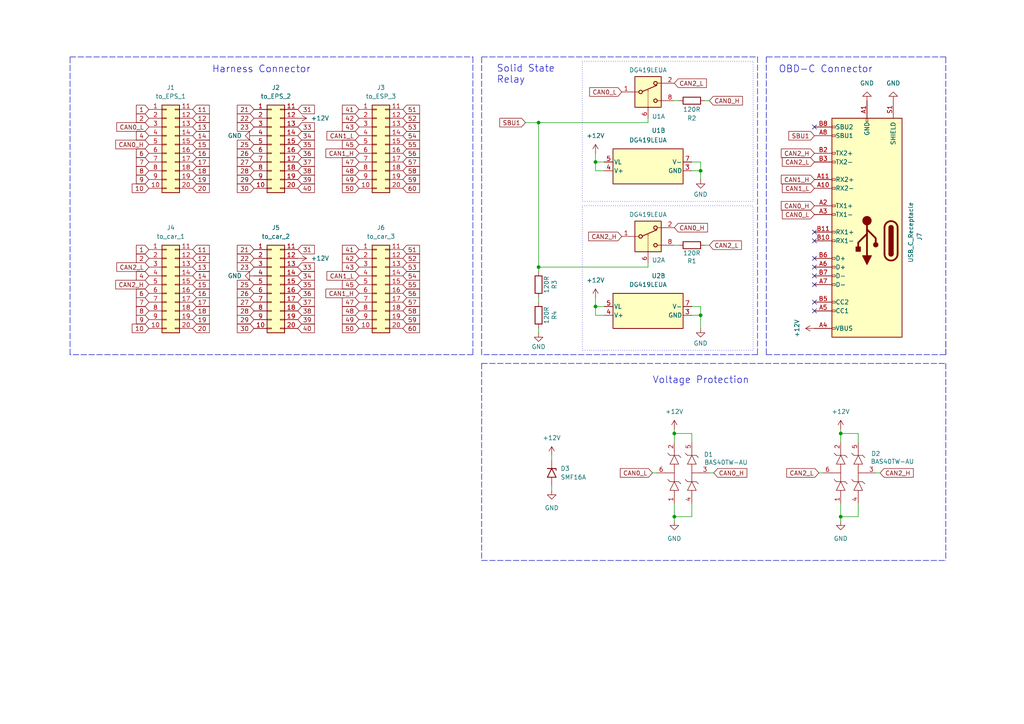
<source format=kicad_sch>
(kicad_sch (version 20250114) (generator "eeschema") (generator_version "9.0")
  (paper "A4")
  (lib_symbols
    (symbol "Analog_Switch:DG419LEUA" (pin_names (offset 0.254))
      (property "Reference" "U" (at -3.175 7.239 0))
      (property "Value" "DG419LEUA" (at -3.175 5.461 0))
      (symbol "DG419LEUA_1_1"
        (polyline (pts (xy -5.08 0) (xy -2.794 0)))
        (rectangle (start -3.81 4.445) (end 3.81 -4.445) (stroke (width 0.254)) (fill (type background)))
        (circle (center -2.159 0) (radius 0.508) (stroke (width 0.254)))
        (polyline (pts (xy -1.651 0.127) (xy 2.54 1.905)) (stroke (width 0.254)))
        (polyline (pts (xy 0 0.254) (xy 0 0.508)))
        (polyline (pts (xy 0 0.254) (xy 0 0.508)))
        (polyline (pts (xy 0 -0.254) (xy 0 0)))
        (polyline (pts (xy 0 -0.762) (xy 0 -0.508)))
        (polyline (pts (xy 0 -1.27) (xy 0 -1.016)))
        (polyline (pts (xy 0 -1.778) (xy 0 -1.524)))
        (polyline (pts (xy 0 -2.286) (xy 0 -2.032)))
        (polyline (pts (xy 0 -2.794) (xy 0 -2.54)))
        (polyline (pts (xy 0 -3.302) (xy 0 -3.048)))
        (polyline (pts (xy 0 -3.81) (xy 0 -3.556)))
        (polyline (pts (xy 0 -4.318) (xy 0 -4.064)))
        (polyline (pts (xy 0 -5.08) (xy 0 -4.572)))
        (circle (center 2.159 2.54) (radius 0.508) (stroke (width 0.254)))
        (circle (center 2.159 -2.54) (radius 0.508) (stroke (width 0.254)))
        (polyline (pts (xy 5.08 2.54) (xy 2.794 2.54)))
        (polyline (pts (xy 5.08 -2.54) (xy 2.794 -2.54)))
        (pin passive line (at -7.62 0 0) (length 2.54) (name "~") (number "1"))
        (pin input line (at 0 -7.62 90) (length 2.54) (name "~") (number "6"))
        (pin passive line (at 7.62 2.54 180) (length 2.54) (name "~") (number "2"))
        (pin passive line (at 7.62 -2.54 180) (length 2.54) (name "~") (number "8"))
      )
      (symbol "DG419LEUA_2_0"
        (pin power_in line (at 0 12.7 270) (length 2.54) (name "V+") (number "4"))
        (pin power_in line (at 0 -12.7 90) (length 2.54) (name "GND") (number "3"))
        (pin power_in line (at 2.54 12.7 270) (length 2.54) (name "VL") (number "5"))
        (pin power_in line (at 2.54 -12.7 90) (length 2.54) (name "V-") (number "7"))
      )
      (symbol "DG419LEUA_2_1"
        (rectangle (start -3.81 10.16) (end 6.35 -10.16) (stroke (width 0.254)) (fill (type background)))
      )
    )
    (symbol "BAS40SDW-AU_1"
      (property "Reference" "D" (at 6.35 3.302 0))
      (property "Value" "BAS40TW-AU" (at 0 0 0))
      (symbol "BAS40SDW-AU_1_0_1"
        (polyline (pts (xy -5.08 0) (xy -2.54 0) (xy -2.54 2.54)))
        (polyline (pts (xy -3.81 5.08) (xy -4.445 5.715)))
        (polyline (pts (xy -3.81 5.08) (xy -1.27 5.08)))
        (polyline (pts (xy -3.81 -2.54) (xy -4.445 -1.905)))
        (polyline (pts (xy -3.81 -2.54) (xy -1.27 -2.54) (xy -0.635 -3.175)))
        (polyline (pts (xy -2.54 5.08) (xy -2.54 6.35)))
        (polyline (pts (xy -2.54 0) (xy -2.54 -2.54)))
        (polyline (pts (xy -2.54 -2.54) (xy -3.81 -5.08) (xy -1.27 -5.08) (xy -2.54 -2.54)))
        (polyline (pts (xy -2.54 -5.08) (xy -2.54 -6.35)))
        (polyline (pts (xy -1.27 5.08) (xy -0.635 4.445)))
        (polyline (pts (xy -1.27 2.54) (xy -3.81 2.54) (xy -2.54 5.08) (xy -1.27 2.54)))
        (polyline (pts (xy 0.635 -1.905) (xy 1.27 -2.54) (xy 3.81 -2.54) (xy 4.445 -3.175)))
        (polyline (pts (xy 1.27 5.08) (xy 0.635 5.715)))
        (polyline (pts (xy 1.27 5.08) (xy 3.81 5.08)))
        (polyline (pts (xy 1.27 2.54) (xy 3.81 2.54)))
        (polyline (pts (xy 1.27 2.54) (xy 2.54 5.08) (xy 3.81 2.54)))
        (polyline (pts (xy 2.54 5.08) (xy 2.54 6.35)))
        (polyline (pts (xy 2.54 0) (xy 2.54 2.54)))
        (polyline (pts (xy 2.54 0) (xy 2.54 -2.54)))
        (polyline (pts (xy 2.54 0) (xy 5.08 0)))
        (polyline (pts (xy 2.54 -2.54) (xy 1.27 -5.08) (xy 3.81 -5.08) (xy 2.54 -2.54)))
        (polyline (pts (xy 2.54 -5.08) (xy 2.54 -6.35)))
        (polyline (pts (xy 3.81 5.08) (xy 4.445 4.445)))
      )
      (symbol "BAS40SDW-AU_1_1_1"
        (pin passive line (at -7.62 0 0) (length 2.54) (name "") (number "6"))
        (pin passive line (at -2.54 8.89 270) (length 2.54) (name "") (number "2"))
        (pin passive line (at -2.54 -8.89 90) (length 2.54) (name "") (number "1"))
        (pin passive line (at 2.54 8.89 270) (length 2.54) (name "") (number "5"))
        (pin passive line (at 2.54 -8.89 90) (length 2.54) (name "") (number "4"))
        (pin passive line (at 7.62 0 180) (length 2.54) (name "") (number "3"))
      )
    )
    (symbol "Connector:USB_C_Receptacle" (pin_names (offset 1.016))
      (property "Reference" "J" (at -10.16 29.21 0))
      (property "Value" "USB_C_Receptacle" (at 10.16 29.21 0))
      (symbol "USB_C_Receptacle_0_0"
        (rectangle (start -0.254 -35.56) (end 0.254 -34.544))
        (rectangle (start 10.16 25.654) (end 9.144 25.146))
        (rectangle (start 10.16 20.574) (end 9.144 20.066))
        (rectangle (start 10.16 18.034) (end 9.144 17.526))
        (rectangle (start 10.16 12.954) (end 9.144 12.446))
        (rectangle (start 10.16 10.414) (end 9.144 9.906))
        (rectangle (start 10.16 7.874) (end 9.144 7.366))
        (rectangle (start 10.16 5.334) (end 9.144 4.826))
        (rectangle (start 10.16 0.254) (end 9.144 -0.254))
        (rectangle (start 10.16 -2.286) (end 9.144 -2.794))
        (rectangle (start 10.16 -7.366) (end 9.144 -7.874))
        (rectangle (start 10.16 -9.906) (end 9.144 -10.414))
        (rectangle (start 10.16 -14.986) (end 9.144 -15.494))
        (rectangle (start 10.16 -17.526) (end 9.144 -18.034))
        (rectangle (start 10.16 -22.606) (end 9.144 -23.114))
        (rectangle (start 10.16 -25.146) (end 9.144 -25.654))
        (rectangle (start 10.16 -30.226) (end 9.144 -30.734))
        (rectangle (start 10.16 -32.766) (end 9.144 -33.274))
      )
      (symbol "USB_C_Receptacle_0_1"
        (rectangle (start -10.16 27.94) (end 10.16 -35.56) (stroke (width 0.254)) (fill (type background)))
        (polyline (pts (xy -8.89 -3.81) (xy -8.89 3.81)) (stroke (width 0.508)))
        (rectangle (start -7.62 -3.81) (end -6.35 3.81) (stroke (width 0.254)) (fill (type outline)))
        (arc (start -7.62 3.81) (mid -6.985 4.4422) (end -6.35 3.81) (stroke (width 0.254)))
        (arc (start -7.62 3.81) (mid -6.985 4.4422) (end -6.35 3.81) (stroke (width 0.254)) (fill (type outline)))
        (arc (start -8.89 3.81) (mid -6.985 5.7066) (end -5.08 3.81) (stroke (width 0.508)))
        (arc (start -5.08 -3.81) (mid -6.985 -5.7066) (end -8.89 -3.81) (stroke (width 0.508)))
        (arc (start -6.35 -3.81) (mid -6.985 -4.4422) (end -7.62 -3.81) (stroke (width 0.254)))
        (arc (start -6.35 -3.81) (mid -6.985 -4.4422) (end -7.62 -3.81) (stroke (width 0.254)) (fill (type outline)))
        (polyline (pts (xy -5.08 3.81) (xy -5.08 -3.81)) (stroke (width 0.508)))
      )
      (symbol "USB_C_Receptacle_1_1"
        (circle (center -2.54 1.143) (radius 0.635) (stroke (width 0.254)) (fill (type outline)))
        (polyline (pts (xy -1.27 4.318) (xy 0 6.858) (xy 1.27 4.318) (xy -1.27 4.318)) (stroke (width 0.254)) (fill (type outline)))
        (polyline (pts (xy 0 -2.032) (xy 2.54 0.508) (xy 2.54 1.778)) (stroke (width 0.508)))
        (polyline (pts (xy 0 -3.302) (xy -2.54 -0.762) (xy -2.54 0.508)) (stroke (width 0.508)))
        (polyline (pts (xy 0 -5.842) (xy 0 4.318)) (stroke (width 0.508)))
        (circle (center 0 -5.842) (radius 1.27) (fill (type outline)))
        (rectangle (start 1.905 1.778) (end 3.175 3.048) (stroke (width 0.254)) (fill (type outline)))
        (pin passive line (at -7.62 -40.64 90) (length 5.08) (name "SHIELD") (number "S1"))
        (pin passive line (at 0 -40.64 90) (length 5.08) (name "GND") (number "A1"))
        (pin passive line (at 0 -40.64 90) (length 5.08) (hide yes) (name "GND") (number "A12"))
        (pin passive line (at 0 -40.64 90) (length 5.08) (hide yes) (name "GND") (number "B1"))
        (pin passive line (at 0 -40.64 90) (length 5.08) (hide yes) (name "GND") (number "B12"))
        (pin passive line (at 15.24 25.4 180) (length 5.08) (name "VBUS") (number "A4"))
        (pin passive line (at 15.24 25.4 180) (length 5.08) (hide yes) (name "VBUS") (number "A9"))
        (pin passive line (at 15.24 25.4 180) (length 5.08) (hide yes) (name "VBUS") (number "B4"))
        (pin passive line (at 15.24 25.4 180) (length 5.08) (hide yes) (name "VBUS") (number "B9"))
        (pin bidirectional line (at 15.24 20.32 180) (length 5.08) (name "CC1") (number "A5"))
        (pin bidirectional line (at 15.24 17.78 180) (length 5.08) (name "CC2") (number "B5"))
        (pin bidirectional line (at 15.24 12.7 180) (length 5.08) (name "D-") (number "A7"))
        (pin bidirectional line (at 15.24 10.16 180) (length 5.08) (name "D-") (number "B7"))
        (pin bidirectional line (at 15.24 7.62 180) (length 5.08) (name "D+") (number "A6"))
        (pin bidirectional line (at 15.24 5.08 180) (length 5.08) (name "D+") (number "B6"))
        (pin bidirectional line (at 15.24 0 180) (length 5.08) (name "RX1-") (number "B10"))
        (pin bidirectional line (at 15.24 -2.54 180) (length 5.08) (name "RX1+") (number "B11"))
        (pin bidirectional line (at 15.24 -7.62 180) (length 5.08) (name "TX1-") (number "A3"))
        (pin bidirectional line (at 15.24 -10.16 180) (length 5.08) (name "TX1+") (number "A2"))
        (pin bidirectional line (at 15.24 -15.24 180) (length 5.08) (name "RX2-") (number "A10"))
        (pin bidirectional line (at 15.24 -17.78 180) (length 5.08) (name "RX2+") (number "A11"))
        (pin bidirectional line (at 15.24 -22.86 180) (length 5.08) (name "TX2-") (number "B3"))
        (pin bidirectional line (at 15.24 -25.4 180) (length 5.08) (name "TX2+") (number "B2"))
        (pin bidirectional line (at 15.24 -30.48 180) (length 5.08) (name "SBU1") (number "A8"))
        (pin bidirectional line (at 15.24 -33.02 180) (length 5.08) (name "SBU2") (number "B8"))
      )
    )
    (symbol "Connector_Generic:Conn_02x10_Top_Bottom" (pin_names (offset 1.016) (hide yes))
      (property "Reference" "J" (at 1.27 12.7 0))
      (property "Value" "Conn_02x10_Top_Bottom" (at 1.27 -15.24 0))
      (symbol "Conn_02x10_Top_Bottom_1_1"
        (rectangle (start -1.27 11.43) (end 3.81 -13.97) (stroke (width 0.254)) (fill (type background)))
        (rectangle (start -1.27 10.287) (end 0 10.033) (stroke (width 0.1524)))
        (rectangle (start -1.27 7.747) (end 0 7.493) (stroke (width 0.1524)))
        (rectangle (start -1.27 5.207) (end 0 4.953) (stroke (width 0.1524)))
        (rectangle (start -1.27 2.667) (end 0 2.413) (stroke (width 0.1524)))
        (rectangle (start -1.27 0.127) (end 0 -0.127) (stroke (width 0.1524)))
        (rectangle (start -1.27 -2.413) (end 0 -2.667) (stroke (width 0.1524)))
        (rectangle (start -1.27 -4.953) (end 0 -5.207) (stroke (width 0.1524)))
        (rectangle (start -1.27 -7.493) (end 0 -7.747) (stroke (width 0.1524)))
        (rectangle (start -1.27 -10.033) (end 0 -10.287) (stroke (width 0.1524)))
        (rectangle (start -1.27 -12.573) (end 0 -12.827) (stroke (width 0.1524)))
        (rectangle (start 3.81 10.287) (end 2.54 10.033) (stroke (width 0.1524)))
        (rectangle (start 3.81 7.747) (end 2.54 7.493) (stroke (width 0.1524)))
        (rectangle (start 3.81 5.207) (end 2.54 4.953) (stroke (width 0.1524)))
        (rectangle (start 3.81 2.667) (end 2.54 2.413) (stroke (width 0.1524)))
        (rectangle (start 3.81 0.127) (end 2.54 -0.127) (stroke (width 0.1524)))
        (rectangle (start 3.81 -2.413) (end 2.54 -2.667) (stroke (width 0.1524)))
        (rectangle (start 3.81 -4.953) (end 2.54 -5.207) (stroke (width 0.1524)))
        (rectangle (start 3.81 -7.493) (end 2.54 -7.747) (stroke (width 0.1524)))
        (rectangle (start 3.81 -10.033) (end 2.54 -10.287) (stroke (width 0.1524)))
        (rectangle (start 3.81 -12.573) (end 2.54 -12.827) (stroke (width 0.1524)))
        (pin passive line (at -5.08 10.16 0) (length 3.81) (name "Pin_1") (number "1"))
        (pin passive line (at -5.08 7.62 0) (length 3.81) (name "Pin_2") (number "2"))
        (pin passive line (at -5.08 5.08 0) (length 3.81) (name "Pin_3") (number "3"))
        (pin passive line (at -5.08 2.54 0) (length 3.81) (name "Pin_4") (number "4"))
        (pin passive line (at -5.08 0 0) (length 3.81) (name "Pin_5") (number "5"))
        (pin passive line (at -5.08 -2.54 0) (length 3.81) (name "Pin_6") (number "6"))
        (pin passive line (at -5.08 -5.08 0) (length 3.81) (name "Pin_7") (number "7"))
        (pin passive line (at -5.08 -7.62 0) (length 3.81) (name "Pin_8") (number "8"))
        (pin passive line (at -5.08 -10.16 0) (length 3.81) (name "Pin_9") (number "9"))
        (pin passive line (at -5.08 -12.7 0) (length 3.81) (name "Pin_10") (number "10"))
        (pin passive line (at 7.62 10.16 180) (length 3.81) (name "Pin_11") (number "11"))
        (pin passive line (at 7.62 7.62 180) (length 3.81) (name "Pin_12") (number "12"))
        (pin passive line (at 7.62 5.08 180) (length 3.81) (name "Pin_13") (number "13"))
        (pin passive line (at 7.62 2.54 180) (length 3.81) (name "Pin_14") (number "14"))
        (pin passive line (at 7.62 0 180) (length 3.81) (name "Pin_15") (number "15"))
        (pin passive line (at 7.62 -2.54 180) (length 3.81) (name "Pin_16") (number "16"))
        (pin passive line (at 7.62 -5.08 180) (length 3.81) (name "Pin_17") (number "17"))
        (pin passive line (at 7.62 -7.62 180) (length 3.81) (name "Pin_18") (number "18"))
        (pin passive line (at 7.62 -10.16 180) (length 3.81) (name "Pin_19") (number "19"))
        (pin passive line (at 7.62 -12.7 180) (length 3.81) (name "Pin_20") (number "20"))
      )
    )
    (symbol "Device:R" (pin_numbers (hide yes)) (pin_names (offset 0))
      (property "Reference" "R" (at 2.032 0 90))
      (property "Value" "R" (at 0 0 90))
      (symbol "R_0_1"
        (rectangle (start -1.016 -2.54) (end 1.016 2.54) (stroke (width 0.254)))
      )
      (symbol "R_1_1"
        (pin passive line (at 0 3.81 270) (length 1.27) (name "~") (number "1"))
        (pin passive line (at 0 -3.81 90) (length 1.27) (name "~") (number "2"))
      )
    )
    (symbol "Diode:SMF16A" (pin_numbers (hide yes)) (pin_names (offset 1.016) (hide yes))
      (property "Reference" "D" (at 0 2.54 0))
      (property "Value" "SMF16A" (at 0 -2.54 0))
      (symbol "SMF16A_0_1"
        (polyline (pts (xy -0.762 1.27) (xy -1.27 1.27) (xy -1.27 -1.27)) (stroke (width 0.254)))
        (polyline (pts (xy 1.27 1.27) (xy 1.27 -1.27) (xy -1.27 0) (xy 1.27 1.27)) (stroke (width 0.254)))
      )
      (symbol "SMF16A_1_1"
        (pin passive line (at -3.81 0 0) (length 2.54) (name "A1") (number "1"))
        (pin passive line (at 3.81 0 180) (length 2.54) (name "A2") (number "2"))
      )
    )
    (symbol "PSA:BAS40SDW-AU"
      (property "Reference" "D" (at 6.35 3.302 0))
      (property "Value" "BAS40TW-AU" (at 0 0 0))
      (symbol "BAS40SDW-AU_0_1"
        (polyline (pts (xy -5.08 0) (xy -2.54 0) (xy -2.54 2.54)))
        (polyline (pts (xy -3.81 5.08) (xy -4.445 5.715)))
        (polyline (pts (xy -3.81 5.08) (xy -1.27 5.08)))
        (polyline (pts (xy -3.81 -2.54) (xy -4.445 -1.905)))
        (polyline (pts (xy -3.81 -2.54) (xy -1.27 -2.54) (xy -0.635 -3.175)))
        (polyline (pts (xy -2.54 5.08) (xy -2.54 6.35)))
        (polyline (pts (xy -2.54 0) (xy -2.54 -2.54)))
        (polyline (pts (xy -2.54 -2.54) (xy -3.81 -5.08) (xy -1.27 -5.08) (xy -2.54 -2.54)))
        (polyline (pts (xy -2.54 -5.08) (xy -2.54 -6.35)))
        (polyline (pts (xy -1.27 5.08) (xy -0.635 4.445)))
        (polyline (pts (xy -1.27 2.54) (xy -3.81 2.54) (xy -2.54 5.08) (xy -1.27 2.54)))
        (polyline (pts (xy 0.635 -1.905) (xy 1.27 -2.54) (xy 3.81 -2.54) (xy 4.445 -3.175)))
        (polyline (pts (xy 1.27 5.08) (xy 0.635 5.715)))
        (polyline (pts (xy 1.27 5.08) (xy 3.81 5.08)))
        (polyline (pts (xy 1.27 2.54) (xy 3.81 2.54)))
        (polyline (pts (xy 1.27 2.54) (xy 2.54 5.08) (xy 3.81 2.54)))
        (polyline (pts (xy 2.54 5.08) (xy 2.54 6.35)))
        (polyline (pts (xy 2.54 0) (xy 2.54 2.54)))
        (polyline (pts (xy 2.54 0) (xy 2.54 -2.54)))
        (polyline (pts (xy 2.54 0) (xy 5.08 0)))
        (polyline (pts (xy 2.54 -2.54) (xy 1.27 -5.08) (xy 3.81 -5.08) (xy 2.54 -2.54)))
        (polyline (pts (xy 2.54 -5.08) (xy 2.54 -6.35)))
        (polyline (pts (xy 3.81 5.08) (xy 4.445 4.445)))
      )
      (symbol "BAS40SDW-AU_1_1"
        (pin passive line (at -7.62 0 0) (length 2.54) (name "") (number "6"))
        (pin passive line (at -2.54 8.89 270) (length 2.54) (name "") (number "2"))
        (pin passive line (at -2.54 -8.89 90) (length 2.54) (name "") (number "1"))
        (pin passive line (at 2.54 8.89 270) (length 2.54) (name "") (number "5"))
        (pin passive line (at 2.54 -8.89 90) (length 2.54) (name "") (number "4"))
        (pin passive line (at 7.62 0 180) (length 2.54) (name "") (number "3"))
      )
    )
    (symbol "power:+12V" (power) (pin_names (offset 0))
      (property "Value" "+12V" (at 0 3.556 0))
      (symbol "+12V_0_1"
        (polyline (pts (xy -0.762 1.27) (xy 0 2.54)))
        (polyline (pts (xy 0 2.54) (xy 0.762 1.27)))
        (polyline (pts (xy 0 0) (xy 0 2.54)))
      )
      (symbol "+12V_1_1"
        (pin power_in line (at 0 0 90) (length 0) (hide yes) (name "+12V") (number "1"))
      )
    )
    (symbol "power:GND" (power) (pin_names (offset 0))
      (property "Value" "GND" (at 0 -3.81 0))
      (symbol "GND_0_1"
        (polyline (pts (xy 0 0) (xy 0 -1.27) (xy 1.27 -1.27) (xy 0 -2.54) (xy -1.27 -1.27) (xy 0 -1.27)))
      )
      (symbol "GND_1_1"
        (pin power_in line (at 0 0 270) (length 0) (hide yes) (name "GND") (number "1"))
      )
    )
  )
  (rectangle (start 168.91 59.69) (end 218.44 101.6) (stroke (width 0) (type dot)))
  (rectangle (start 168.91 17.78) (end 218.44 58.42) (stroke (width 0) (type dot)))
  (text "Harness Connector" (at 61.468 21.336 0) (effects (font (size 2 2)) (justify left bottom)))
  (text "Voltage Protection" (at 189.23 111.506 0) (effects (font (size 2 2)) (justify left bottom)))
  (text "OBD-C Connector" (at 225.806 21.336 0) (effects (font (size 2 2)) (justify left bottom)))
  (text "Solid State \nRelay" (at 144.018 24.384 0) (effects (font (size 2 2)) (justify left bottom)))
  (junction (at 156.21 35.56))
  (junction (at 172.72 46.99))
  (junction (at 195.58 125.73))
  (junction (at 243.84 149.86))
  (junction (at 156.21 77.47))
  (junction (at 243.84 125.73))
  (junction (at 203.2 91.44))
  (junction (at 172.72 88.9))
  (junction (at 203.2 49.53))
  (junction (at 195.58 149.86))
  (no_connect (at 236.22 67.31))
  (no_connect (at 236.22 69.85))
  (no_connect (at 236.22 90.17))
  (no_connect (at 236.22 87.63))
  (no_connect (at 236.22 82.55))
  (no_connect (at 236.22 77.47))
  (no_connect (at 236.22 74.93))
  (no_connect (at 236.22 80.01))
  (no_connect (at 236.22 36.83))
  (polyline (pts (xy 274.32 16.51) (xy 222.25 16.51)) (stroke (width 0) (type dash)))
  (wire (pts (xy 172.72 86.36) (xy 172.72 88.9)))
  (wire (pts (xy 195.58 149.86) (xy 195.58 151.13)))
  (wire (pts (xy 203.2 91.44) (xy 203.2 95.25)))
  (wire (pts (xy 156.21 77.47) (xy 156.21 78.74)))
  (wire (pts (xy 189.23 137.16) (xy 190.5 137.16)))
  (wire (pts (xy 237.49 137.16) (xy 238.76 137.16)))
  (wire (pts (xy 172.72 46.99) (xy 172.72 44.45)))
  (wire (pts (xy 243.84 125.73) (xy 243.84 128.27)))
  (polyline (pts (xy 222.25 16.51) (xy 222.25 102.87)) (stroke (width 0) (type dash)))
  (polyline (pts (xy 222.25 102.87) (xy 274.32 102.87)) (stroke (width 0) (type dash)))
  (wire (pts (xy 243.84 124.46) (xy 243.84 125.73)))
  (polyline (pts (xy 139.7 105.41) (xy 139.7 162.56)) (stroke (width 0) (type dash)))
  (wire (pts (xy 204.47 71.12) (xy 205.74 71.12)))
  (polyline (pts (xy 139.7 105.41) (xy 274.32 105.41)) (stroke (width 0) (type dash)))
  (wire (pts (xy 243.84 149.86) (xy 243.84 151.13)))
  (wire (pts (xy 196.85 29.21) (xy 195.58 29.21)))
  (wire (pts (xy 203.2 49.53) (xy 203.2 52.07)))
  (wire (pts (xy 175.26 49.53) (xy 172.72 49.53)))
  (wire (pts (xy 243.84 125.73) (xy 248.92 125.73)))
  (polyline (pts (xy 219.71 102.87) (xy 139.7 102.87)) (stroke (width 0) (type dash)))
  (wire (pts (xy 195.58 125.73) (xy 195.58 128.27)))
  (wire (pts (xy 196.85 71.12) (xy 195.58 71.12)))
  (wire (pts (xy 195.58 125.73) (xy 200.66 125.73)))
  (wire (pts (xy 200.66 128.27) (xy 200.66 125.73)))
  (polyline (pts (xy 139.7 16.51) (xy 219.71 16.51)) (stroke (width 0) (type dash)))
  (wire (pts (xy 255.27 137.16) (xy 254 137.16)))
  (wire (pts (xy 175.26 88.9) (xy 172.72 88.9)))
  (wire (pts (xy 203.2 88.9) (xy 203.2 91.44)))
  (wire (pts (xy 200.66 91.44) (xy 203.2 91.44)))
  (wire (pts (xy 200.66 146.05) (xy 200.66 149.86)))
  (wire (pts (xy 195.58 146.05) (xy 195.58 149.86)))
  (wire (pts (xy 175.26 91.44) (xy 172.72 91.44)))
  (wire (pts (xy 248.92 128.27) (xy 248.92 125.73)))
  (wire (pts (xy 160.02 140.97) (xy 160.02 142.24)))
  (polyline (pts (xy 219.71 16.51) (xy 219.71 102.87)) (stroke (width 0) (type dash)))
  (wire (pts (xy 243.84 149.86) (xy 248.92 149.86)))
  (wire (pts (xy 207.01 137.16) (xy 205.74 137.16)))
  (wire (pts (xy 205.74 29.21) (xy 204.47 29.21)))
  (wire (pts (xy 175.26 46.99) (xy 172.72 46.99)))
  (polyline (pts (xy 274.32 102.87) (xy 274.32 16.51)) (stroke (width 0) (type dash)))
  (polyline (pts (xy 139.7 102.87) (xy 139.7 16.51)) (stroke (width 0) (type dash)))
  (wire (pts (xy 156.21 35.56) (xy 187.96 35.56)))
  (wire (pts (xy 156.21 95.25) (xy 156.21 96.52)))
  (wire (pts (xy 195.58 149.86) (xy 200.66 149.86)))
  (polyline (pts (xy 139.7 162.56) (xy 274.32 162.56)) (stroke (width 0) (type dash)))
  (wire (pts (xy 172.72 91.44) (xy 172.72 88.9)))
  (wire (pts (xy 203.2 46.99) (xy 203.2 49.53)))
  (wire (pts (xy 187.96 77.47) (xy 187.96 76.2)))
  (polyline (pts (xy 274.32 99.06) (xy 274.32 102.87)) (stroke (width 0) (type dash)))
  (polyline (pts (xy 20.32 102.87) (xy 20.32 16.51)) (stroke (width 0) (type dash)))
  (wire (pts (xy 156.21 77.47) (xy 187.96 77.47)))
  (wire (pts (xy 152.4 35.56) (xy 156.21 35.56)))
  (polyline (pts (xy 274.32 105.41) (xy 274.32 162.56)) (stroke (width 0) (type dash)))
  (wire (pts (xy 156.21 35.56) (xy 156.21 77.47)))
  (wire (pts (xy 243.84 146.05) (xy 243.84 149.86)))
  (wire (pts (xy 160.02 132.08) (xy 160.02 133.35)))
  (wire (pts (xy 195.58 124.46) (xy 195.58 125.73)))
  (polyline (pts (xy 20.32 16.51) (xy 137.16 16.51)) (stroke (width 0) (type dash)))
  (wire (pts (xy 200.66 49.53) (xy 203.2 49.53)))
  (wire (pts (xy 200.66 88.9) (xy 203.2 88.9)))
  (wire (pts (xy 172.72 49.53) (xy 172.72 46.99)))
  (wire (pts (xy 248.92 146.05) (xy 248.92 149.86)))
  (polyline (pts (xy 137.16 16.51) (xy 137.16 102.87)) (stroke (width 0) (type dash)))
  (polyline (pts (xy 137.16 102.87) (xy 20.32 102.87)) (stroke (width 0) (type dash)))
  (wire (pts (xy 200.66 46.99) (xy 203.2 46.99)))
  (wire (pts (xy 187.96 34.29) (xy 187.96 35.56)))
  (wire (pts (xy 156.21 87.63) (xy 156.21 86.36)))
  (global_label "51" (shape input) (at 116.84 31.75 0) (property "Intersheetrefs" "${INTERSHEET_REFS}" (effects (hide yes))))
  (global_label "13" (shape input) (at 55.88 36.83 0) (property "Intersheetrefs" "${INTERSHEET_REFS}" (effects (hide yes))))
  (global_label "50" (shape input) (at 104.14 95.25 180) (property "Intersheetrefs" "${INTERSHEET_REFS}" (effects (hide yes))))
  (global_label "31" (shape input) (at 86.36 72.39 0) (property "Intersheetrefs" "${INTERSHEET_REFS}" (effects (hide yes))))
  (global_label "54" (shape input) (at 116.84 80.01 0) (property "Intersheetrefs" "${INTERSHEET_REFS}" (effects (hide yes))))
  (global_label "CAN1_L" (shape input) (at 236.22 54.61 180) (property "Intersheetrefs" "${INTERSHEET_REFS}" (effects (hide yes))))
  (global_label "CAN0_H" (shape input) (at 43.18 41.91 180) (property "Intersheetrefs" "${INTERSHEET_REFS}" (effects (hide yes))))
  (global_label "49" (shape input) (at 104.14 92.71 180) (property "Intersheetrefs" "${INTERSHEET_REFS}" (effects (hide yes))))
  (global_label "39" (shape input) (at 86.36 52.07 0) (property "Intersheetrefs" "${INTERSHEET_REFS}" (effects (hide yes))))
  (global_label "16" (shape input) (at 55.88 44.45 0) (property "Intersheetrefs" "${INTERSHEET_REFS}" (effects (hide yes))))
  (global_label "60" (shape input) (at 116.84 95.25 0) (property "Intersheetrefs" "${INTERSHEET_REFS}" (effects (hide yes))))
  (global_label "59" (shape input) (at 116.84 92.71 0) (property "Intersheetrefs" "${INTERSHEET_REFS}" (effects (hide yes))))
  (global_label "23" (shape input) (at 73.66 77.47 180) (property "Intersheetrefs" "${INTERSHEET_REFS}" (effects (hide yes))))
  (global_label "38" (shape input) (at 86.36 49.53 0) (property "Intersheetrefs" "${INTERSHEET_REFS}" (effects (hide yes))))
  (global_label "37" (shape input) (at 86.36 46.99 0) (property "Intersheetrefs" "${INTERSHEET_REFS}" (effects (hide yes))))
  (global_label "13" (shape input) (at 55.88 77.47 0) (property "Intersheetrefs" "${INTERSHEET_REFS}" (effects (hide yes))))
  (global_label "25" (shape input) (at 73.66 82.55 180) (property "Intersheetrefs" "${INTERSHEET_REFS}" (effects (hide yes))))
  (global_label "26" (shape input) (at 73.66 85.09 180) (property "Intersheetrefs" "${INTERSHEET_REFS}" (effects (hide yes))))
  (global_label "53" (shape input) (at 116.84 77.47 0) (property "Intersheetrefs" "${INTERSHEET_REFS}" (effects (hide yes))))
  (global_label "12" (shape input) (at 55.88 34.29 0) (property "Intersheetrefs" "${INTERSHEET_REFS}" (effects (hide yes))))
  (global_label "33" (shape input) (at 86.36 77.47 0) (property "Intersheetrefs" "${INTERSHEET_REFS}" (effects (hide yes))))
  (global_label "53" (shape input) (at 116.84 36.83 0) (property "Intersheetrefs" "${INTERSHEET_REFS}" (effects (hide yes))))
  (global_label "CAN0_L" (shape input) (at 180.34 26.67 180) (property "Intersheetrefs" "${INTERSHEET_REFS}" (effects (hide yes))))
  (global_label "12" (shape input) (at 55.88 74.93 0) (property "Intersheetrefs" "${INTERSHEET_REFS}" (effects (hide yes))))
  (global_label "30" (shape input) (at 73.66 95.25 180) (property "Intersheetrefs" "${INTERSHEET_REFS}" (effects (hide yes))))
  (global_label "43" (shape input) (at 104.14 77.47 180) (property "Intersheetrefs" "${INTERSHEET_REFS}" (effects (hide yes))))
  (global_label "17" (shape input) (at 55.88 46.99 0) (property "Intersheetrefs" "${INTERSHEET_REFS}" (effects (hide yes))))
  (global_label "34" (shape input) (at 86.36 80.01 0) (property "Intersheetrefs" "${INTERSHEET_REFS}" (effects (hide yes))))
  (global_label "28" (shape input) (at 73.66 49.53 180) (property "Intersheetrefs" "${INTERSHEET_REFS}" (effects (hide yes))))
  (global_label "1" (shape input) (at 43.18 72.39 180) (property "Intersheetrefs" "${INTERSHEET_REFS}" (effects (hide yes))))
  (global_label "54" (shape input) (at 116.84 39.37 0) (property "Intersheetrefs" "${INTERSHEET_REFS}" (effects (hide yes))))
  (global_label "23" (shape input) (at 73.66 36.83 180) (property "Intersheetrefs" "${INTERSHEET_REFS}" (effects (hide yes))))
  (global_label "52" (shape input) (at 116.84 74.93 0) (property "Intersheetrefs" "${INTERSHEET_REFS}" (effects (hide yes))))
  (global_label "7" (shape input) (at 43.18 87.63 180) (property "Intersheetrefs" "${INTERSHEET_REFS}" (effects (hide yes))))
  (global_label "15" (shape input) (at 55.88 82.55 0) (property "Intersheetrefs" "${INTERSHEET_REFS}" (effects (hide yes))))
  (global_label "8" (shape input) (at 43.18 90.17 180) (property "Intersheetrefs" "${INTERSHEET_REFS}" (effects (hide yes))))
  (global_label "1" (shape input) (at 43.18 31.75 180) (property "Intersheetrefs" "${INTERSHEET_REFS}" (effects (hide yes))))
  (global_label "39" (shape input) (at 86.36 92.71 0) (property "Intersheetrefs" "${INTERSHEET_REFS}" (effects (hide yes))))
  (global_label "41" (shape input) (at 104.14 31.75 180) (property "Intersheetrefs" "${INTERSHEET_REFS}" (effects (hide yes))))
  (global_label "CAN2_L" (shape input) (at 237.49 137.16 180) (property "Intersheetrefs" "${INTERSHEET_REFS}" (effects (hide yes))))
  (global_label "11" (shape input) (at 55.88 72.39 0) (property "Intersheetrefs" "${INTERSHEET_REFS}" (effects (hide yes))))
  (global_label "59" (shape input) (at 116.84 52.07 0) (property "Intersheetrefs" "${INTERSHEET_REFS}" (effects (hide yes))))
  (global_label "55" (shape input) (at 116.84 41.91 0) (property "Intersheetrefs" "${INTERSHEET_REFS}" (effects (hide yes))))
  (global_label "48" (shape input) (at 104.14 90.17 180) (property "Intersheetrefs" "${INTERSHEET_REFS}" (effects (hide yes))))
  (global_label "15" (shape input) (at 55.88 41.91 0) (property "Intersheetrefs" "${INTERSHEET_REFS}" (effects (hide yes))))
  (global_label "21" (shape input) (at 73.66 31.75 180) (property "Intersheetrefs" "${INTERSHEET_REFS}" (effects (hide yes))))
  (global_label "19" (shape input) (at 55.88 52.07 0) (property "Intersheetrefs" "${INTERSHEET_REFS}" (effects (hide yes))))
  (global_label "60" (shape input) (at 116.84 54.61 0) (property "Intersheetrefs" "${INTERSHEET_REFS}" (effects (hide yes))))
  (global_label "SBU1" (shape input) (at 236.22 39.37 180) (property "Intersheetrefs" "${INTERSHEET_REFS}" (effects (hide yes))))
  (global_label "27" (shape input) (at 73.66 46.99 180) (property "Intersheetrefs" "${INTERSHEET_REFS}" (effects (hide yes))))
  (global_label "11" (shape input) (at 55.88 31.75 0) (property "Intersheetrefs" "${INTERSHEET_REFS}" (effects (hide yes))))
  (global_label "40" (shape input) (at 86.36 54.61 0) (property "Intersheetrefs" "${INTERSHEET_REFS}" (effects (hide yes))))
  (global_label "50" (shape input) (at 104.14 54.61 180) (property "Intersheetrefs" "${INTERSHEET_REFS}" (effects (hide yes))))
  (global_label "SBU1" (shape input) (at 152.4 35.56 180) (property "Intersheetrefs" "${INTERSHEET_REFS}" (effects (hide yes))))
  (global_label "57" (shape input) (at 116.84 87.63 0) (property "Intersheetrefs" "${INTERSHEET_REFS}" (effects (hide yes))))
  (global_label "42" (shape input) (at 104.14 34.29 180) (property "Intersheetrefs" "${INTERSHEET_REFS}" (effects (hide yes))))
  (global_label "18" (shape input) (at 55.88 90.17 0) (property "Intersheetrefs" "${INTERSHEET_REFS}" (effects (hide yes))))
  (global_label "CAN1_H" (shape input) (at 236.22 52.07 180) (property "Intersheetrefs" "${INTERSHEET_REFS}" (effects (hide yes))))
  (global_label "CAN0_H" (shape input) (at 236.22 59.69 180) (property "Intersheetrefs" "${INTERSHEET_REFS}" (effects (hide yes))))
  (global_label "25" (shape input) (at 73.66 41.91 180) (property "Intersheetrefs" "${INTERSHEET_REFS}" (effects (hide yes))))
  (global_label "29" (shape input) (at 73.66 92.71 180) (property "Intersheetrefs" "${INTERSHEET_REFS}" (effects (hide yes))))
  (global_label "14" (shape input) (at 55.88 39.37 0) (property "Intersheetrefs" "${INTERSHEET_REFS}" (effects (hide yes))))
  (global_label "47" (shape input) (at 104.14 87.63 180) (property "Intersheetrefs" "${INTERSHEET_REFS}" (effects (hide yes))))
  (global_label "58" (shape input) (at 116.84 49.53 0) (property "Intersheetrefs" "${INTERSHEET_REFS}" (effects (hide yes))))
  (global_label "CAN0_L" (shape input) (at 43.18 36.83 180) (property "Intersheetrefs" "${INTERSHEET_REFS}" (effects (hide yes))))
  (global_label "19" (shape input) (at 55.88 92.71 0) (property "Intersheetrefs" "${INTERSHEET_REFS}" (effects (hide yes))))
  (global_label "27" (shape input) (at 73.66 87.63 180) (property "Intersheetrefs" "${INTERSHEET_REFS}" (effects (hide yes))))
  (global_label "CAN0_H" (shape input) (at 207.01 137.16 0) (property "Intersheetrefs" "${INTERSHEET_REFS}" (effects (hide yes))))
  (global_label "58" (shape input) (at 116.84 90.17 0) (property "Intersheetrefs" "${INTERSHEET_REFS}" (effects (hide yes))))
  (global_label "40" (shape input) (at 86.36 95.25 0) (property "Intersheetrefs" "${INTERSHEET_REFS}" (effects (hide yes))))
  (global_label "35" (shape input) (at 86.36 41.91 0) (property "Intersheetrefs" "${INTERSHEET_REFS}" (effects (hide yes))))
  (global_label "35" (shape input) (at 86.36 82.55 0) (property "Intersheetrefs" "${INTERSHEET_REFS}" (effects (hide yes))))
  (global_label "49" (shape input) (at 104.14 52.07 180) (property "Intersheetrefs" "${INTERSHEET_REFS}" (effects (hide yes))))
  (global_label "34" (shape input) (at 86.36 39.37 0) (property "Intersheetrefs" "${INTERSHEET_REFS}" (effects (hide yes))))
  (global_label "CAN1_H" (shape input) (at 104.14 85.09 180) (property "Intersheetrefs" "${INTERSHEET_REFS}" (effects (hide yes))))
  (global_label "CAN0_H" (shape input) (at 195.58 66.04 0) (property "Intersheetrefs" "${INTERSHEET_REFS}" (effects (hide yes))))
  (global_label "6" (shape input) (at 43.18 85.09 180) (property "Intersheetrefs" "${INTERSHEET_REFS}" (effects (hide yes))))
  (global_label "CAN1_L" (shape input) (at 104.14 39.37 180) (property "Intersheetrefs" "${INTERSHEET_REFS}" (effects (hide yes))))
  (global_label "18" (shape input) (at 55.88 49.53 0) (property "Intersheetrefs" "${INTERSHEET_REFS}" (effects (hide yes))))
  (global_label "CAN1_L" (shape input) (at 104.14 80.01 180) (property "Intersheetrefs" "${INTERSHEET_REFS}" (effects (hide yes))))
  (global_label "CAN2_L" (shape input) (at 236.22 46.99 180) (property "Intersheetrefs" "${INTERSHEET_REFS}" (effects (hide yes))))
  (global_label "6" (shape input) (at 43.18 44.45 180) (property "Intersheetrefs" "${INTERSHEET_REFS}" (effects (hide yes))))
  (global_label "22" (shape input) (at 73.66 34.29 180) (property "Intersheetrefs" "${INTERSHEET_REFS}" (effects (hide yes))))
  (global_label "2" (shape input) (at 43.18 74.93 180) (property "Intersheetrefs" "${INTERSHEET_REFS}" (effects (hide yes))))
  (global_label "42" (shape input) (at 104.14 74.93 180) (property "Intersheetrefs" "${INTERSHEET_REFS}" (effects (hide yes))))
  (global_label "CAN2_H" (shape input) (at 180.34 68.58 180) (property "Intersheetrefs" "${INTERSHEET_REFS}" (effects (hide yes))))
  (global_label "20" (shape input) (at 55.88 54.61 0) (property "Intersheetrefs" "${INTERSHEET_REFS}" (effects (hide yes))))
  (global_label "CAN2_L" (shape input) (at 43.18 77.47 180) (property "Intersheetrefs" "${INTERSHEET_REFS}" (effects (hide yes))))
  (global_label "36" (shape input) (at 86.36 85.09 0) (property "Intersheetrefs" "${INTERSHEET_REFS}" (effects (hide yes))))
  (global_label "36" (shape input) (at 86.36 44.45 0) (property "Intersheetrefs" "${INTERSHEET_REFS}" (effects (hide yes))))
  (global_label "51" (shape input) (at 116.84 72.39 0) (property "Intersheetrefs" "${INTERSHEET_REFS}" (effects (hide yes))))
  (global_label "41" (shape input) (at 104.14 72.39 180) (property "Intersheetrefs" "${INTERSHEET_REFS}" (effects (hide yes))))
  (global_label "21" (shape input) (at 73.66 72.39 180) (property "Intersheetrefs" "${INTERSHEET_REFS}" (effects (hide yes))))
  (global_label "56" (shape input) (at 116.84 44.45 0) (property "Intersheetrefs" "${INTERSHEET_REFS}" (effects (hide yes))))
  (global_label "CAN2_H" (shape input) (at 43.18 82.55 180) (property "Intersheetrefs" "${INTERSHEET_REFS}" (effects (hide yes))))
  (global_label "8" (shape input) (at 43.18 49.53 180) (property "Intersheetrefs" "${INTERSHEET_REFS}" (effects (hide yes))))
  (global_label "22" (shape input) (at 73.66 74.93 180) (property "Intersheetrefs" "${INTERSHEET_REFS}" (effects (hide yes))))
  (global_label "4" (shape input) (at 43.18 80.01 180) (property "Intersheetrefs" "${INTERSHEET_REFS}" (effects (hide yes))))
  (global_label "37" (shape input) (at 86.36 87.63 0) (property "Intersheetrefs" "${INTERSHEET_REFS}" (effects (hide yes))))
  (global_label "48" (shape input) (at 104.14 49.53 180) (property "Intersheetrefs" "${INTERSHEET_REFS}" (effects (hide yes))))
  (global_label "CAN2_L" (shape input) (at 195.58 24.13 0) (property "Intersheetrefs" "${INTERSHEET_REFS}" (effects (hide yes))))
  (global_label "55" (shape input) (at 116.84 82.55 0) (property "Intersheetrefs" "${INTERSHEET_REFS}" (effects (hide yes))))
  (global_label "16" (shape input) (at 55.88 85.09 0) (property "Intersheetrefs" "${INTERSHEET_REFS}" (effects (hide yes))))
  (global_label "38" (shape input) (at 86.36 90.17 0) (property "Intersheetrefs" "${INTERSHEET_REFS}" (effects (hide yes))))
  (global_label "CAN0_H" (shape input) (at 205.74 29.21 0) (property "Intersheetrefs" "${INTERSHEET_REFS}" (effects (hide yes))))
  (global_label "29" (shape input) (at 73.66 52.07 180) (property "Intersheetrefs" "${INTERSHEET_REFS}" (effects (hide yes))))
  (global_label "26" (shape input) (at 73.66 44.45 180) (property "Intersheetrefs" "${INTERSHEET_REFS}" (effects (hide yes))))
  (global_label "14" (shape input) (at 55.88 80.01 0) (property "Intersheetrefs" "${INTERSHEET_REFS}" (effects (hide yes))))
  (global_label "17" (shape input) (at 55.88 87.63 0) (property "Intersheetrefs" "${INTERSHEET_REFS}" (effects (hide yes))))
  (global_label "CAN2_H" (shape input) (at 236.22 44.45 180) (property "Intersheetrefs" "${INTERSHEET_REFS}" (effects (hide yes))))
  (global_label "31" (shape input) (at 86.36 31.75 0) (property "Intersheetrefs" "${INTERSHEET_REFS}" (effects (hide yes))))
  (global_label "4" (shape input) (at 43.18 39.37 180) (property "Intersheetrefs" "${INTERSHEET_REFS}" (effects (hide yes))))
  (global_label "30" (shape input) (at 73.66 54.61 180) (property "Intersheetrefs" "${INTERSHEET_REFS}" (effects (hide yes))))
  (global_label "CAN0_L" (shape input) (at 236.22 62.23 180) (property "Intersheetrefs" "${INTERSHEET_REFS}" (effects (hide yes))))
  (global_label "9" (shape input) (at 43.18 52.07 180) (property "Intersheetrefs" "${INTERSHEET_REFS}" (effects (hide yes))))
  (global_label "52" (shape input) (at 116.84 34.29 0) (property "Intersheetrefs" "${INTERSHEET_REFS}" (effects (hide yes))))
  (global_label "57" (shape input) (at 116.84 46.99 0) (property "Intersheetrefs" "${INTERSHEET_REFS}" (effects (hide yes))))
  (global_label "CAN2_L" (shape input) (at 205.74 71.12 0) (property "Intersheetrefs" "${INTERSHEET_REFS}" (effects (hide yes))))
  (global_label "45" (shape input) (at 104.14 82.55 180) (property "Intersheetrefs" "${INTERSHEET_REFS}" (effects (hide yes))))
  (global_label "CAN2_H" (shape input) (at 255.27 137.16 0) (property "Intersheetrefs" "${INTERSHEET_REFS}" (effects (hide yes))))
  (global_label "33" (shape input) (at 86.36 36.83 0) (property "Intersheetrefs" "${INTERSHEET_REFS}" (effects (hide yes))))
  (global_label "43" (shape input) (at 104.14 36.83 180) (property "Intersheetrefs" "${INTERSHEET_REFS}" (effects (hide yes))))
  (global_label "CAN0_L" (shape input) (at 189.23 137.16 180) (property "Intersheetrefs" "${INTERSHEET_REFS}" (effects (hide yes))))
  (global_label "9" (shape input) (at 43.18 92.71 180) (property "Intersheetrefs" "${INTERSHEET_REFS}" (effects (hide yes))))
  (global_label "56" (shape input) (at 116.84 85.09 0) (property "Intersheetrefs" "${INTERSHEET_REFS}" (effects (hide yes))))
  (global_label "2" (shape input) (at 43.18 34.29 180) (property "Intersheetrefs" "${INTERSHEET_REFS}" (effects (hide yes))))
  (global_label "28" (shape input) (at 73.66 90.17 180) (property "Intersheetrefs" "${INTERSHEET_REFS}" (effects (hide yes))))
  (global_label "CAN1_H" (shape input) (at 104.14 44.45 180) (property "Intersheetrefs" "${INTERSHEET_REFS}" (effects (hide yes))))
  (global_label "10" (shape input) (at 43.18 54.61 180) (property "Intersheetrefs" "${INTERSHEET_REFS}" (effects (hide yes))))
  (global_label "20" (shape input) (at 55.88 95.25 0) (property "Intersheetrefs" "${INTERSHEET_REFS}" (effects (hide yes))))
  (global_label "10" (shape input) (at 43.18 95.25 180) (property "Intersheetrefs" "${INTERSHEET_REFS}" (effects (hide yes))))
  (global_label "7" (shape input) (at 43.18 46.99 180) (property "Intersheetrefs" "${INTERSHEET_REFS}" (effects (hide yes))))
  (global_label "47" (shape input) (at 104.14 46.99 180) (property "Intersheetrefs" "${INTERSHEET_REFS}" (effects (hide yes))))
  (global_label "45" (shape input) (at 104.14 41.91 180) (property "Intersheetrefs" "${INTERSHEET_REFS}" (effects (hide yes))))
  (symbol (lib_id "power:GND") (at 203.2 95.25 0) (unit 1)
    (property "Reference" "#PWR0103" (effects (hide yes)))
    (property "Value" "GND" (at 203.2 99.568 0))
  )
  (symbol (lib_id "power:GND") (at 73.66 80.01 270) (unit 1)
    (property "Reference" "#PWR2" (effects (hide yes)))
    (property "Value" "GND" (at 66.04 80.01 90) (effects (justify left)))
  )
  (symbol (lib_name "BAS40SDW-AU_1") (lib_id "PSA:BAS40SDW-AU") (at 198.12 137.16 0) (unit 1)
    (property "Reference" "D1" (at 205.486 131.826 0))
    (property "Value" "BAS40TW-AU" (at 210.566 134.112 0))
    (property "Footprint" "Package_TO_SOT_SMD:SOT-363_SC-70-6" (effects (hide yes)))
  )
  (symbol (lib_id "Device:R") (at 156.21 82.55 0) (unit 1)
    (property "Reference" "R3" (at 160.782 82.55 90))
    (property "Value" "120R" (at 158.496 82.55 90))
    (property "Footprint" "Resistor_SMD:R_1206_3216Metric" (effects (hide yes)))
  )
  (symbol (lib_id "power:+12V") (at 195.58 124.46 0) (unit 1)
    (property "Reference" "#PWR0114" (effects (hide yes)))
    (property "Value" "+12V" (at 195.58 119.38 0))
  )
  (symbol (lib_id "Connector_Generic:Conn_02x10_Top_Bottom") (at 109.22 82.55 0) (unit 1)
    (property "Reference" "J6" (at 110.49 66.04 0))
    (property "Value" "to_car_3" (at 110.49 68.58 0))
    (property "Footprint" "PSA:10129381-920003BLF_BACK" (effects (hide yes)))
    (property "Description" "Generic connector, double row, 02x10, top/bottom pin numbering scheme (row 1: 1...pins_per_row, row2: pins_per_row+1 ... num_pins), script generated (kicad-library-utils/schlib/autogen/connector/)" (effects (hide yes)))
  )
  (symbol (lib_id "power:GND") (at 160.02 142.24 0) (unit 1)
    (property "Reference" "#PWR0107" (effects (hide yes)))
    (property "Value" "GND" (at 160.02 147.32 0))
  )
  (symbol (lib_id "power:GND") (at 73.66 39.37 270) (unit 1)
    (property "Reference" "#PWR4" (effects (hide yes)))
    (property "Value" "GND" (at 66.04 39.37 90) (effects (justify left)))
  )
  (symbol (lib_id "power:GND") (at 243.84 151.13 0) (unit 1)
    (property "Reference" "#PWR0106" (effects (hide yes)))
    (property "Value" "GND" (at 243.84 156.21 0))
  )
  (symbol (lib_id "power:GND") (at 259.08 29.21 180) (unit 1)
    (property "Reference" "#PWR0109" (effects (hide yes)))
    (property "Value" "GND" (at 259.08 24.13 0))
  )
  (symbol (lib_id "Connector_Generic:Conn_02x10_Top_Bottom") (at 78.74 41.91 0) (unit 1)
    (property "Reference" "J2" (at 80.01 25.4 0))
    (property "Value" "to_EPS_2" (at 80.01 27.94 0))
    (property "Footprint" "PSA:10129381-920003BLF" (effects (hide yes)))
    (property "Description" "Generic connector, double row, 02x10, top/bottom pin numbering scheme (row 1: 1...pins_per_row, row2: pins_per_row+1 ... num_pins), script generated (kicad-library-utils/schlib/autogen/connector/)" (effects (hide yes)))
  )
  (symbol (lib_id "Connector:USB_C_Receptacle") (at 251.46 69.85 180) (unit 1)
    (property "Reference" "J7" (at 266.7 69.85 90) (effects (justify right)))
    (property "Value" "USB_C_Receptacle" (at 264.16 76.1999 90) (effects (justify right)))
    (property "Footprint" "PSA:TYPE-C-31-M-04" (effects (hide yes)))
    (property "Datasheet" "https://www.usb.org/sites/default/files/documents/usb_type-c.zip" (effects (hide yes)))
  )
  (symbol (lib_id "Device:R") (at 200.66 71.12 270) (unit 1)
    (property "Reference" "R1" (at 200.66 75.692 90))
    (property "Value" "120R" (at 200.66 73.406 90))
    (property "Footprint" "Resistor_SMD:R_1206_3216Metric" (effects (hide yes)))
  )
  (symbol (lib_id "PSA:BAS40SDW-AU") (at 246.38 137.16 0) (unit 1)
    (property "Reference" "D2" (at 254 131.572 0))
    (property "Value" "BAS40TW-AU" (at 258.826 133.858 0))
    (property "Footprint" "Package_TO_SOT_SMD:SOT-363_SC-70-6" (effects (hide yes)))
  )
  (symbol (lib_id "power:+12V") (at 236.22 95.25 90) (unit 1)
    (property "Reference" "#PWR0111" (effects (hide yes)))
    (property "Value" "+12V" (at 231.14 95.25 0))
  )
  (symbol (lib_id "Connector_Generic:Conn_02x10_Top_Bottom") (at 78.74 82.55 0) (unit 1)
    (property "Reference" "J5" (at 80.01 66.04 0))
    (property "Value" "to_car_2" (at 80.01 68.58 0))
    (property "Footprint" "PSA:10129381-920003BLF_BACK" (effects (hide yes)))
    (property "Description" "Generic connector, double row, 02x10, top/bottom pin numbering scheme (row 1: 1...pins_per_row, row2: pins_per_row+1 ... num_pins), script generated (kicad-library-utils/schlib/autogen/connector/)" (effects (hide yes)))
  )
  (symbol (lib_id "power:+12V") (at 160.02 132.08 0) (unit 1)
    (property "Reference" "#PWR0116" (effects (hide yes)))
    (property "Value" "+12V" (at 160.02 127 0))
  )
  (symbol (lib_id "Analog_Switch:DG419LEUA") (at 187.96 68.58 0) (unit 1)
    (property "Reference" "U2" (at 191.008 75.438 0))
    (property "Value" "DG419LEUA" (at 187.96 62.23 0))
    (property "Footprint" "Package_SO:MSOP-8_3x3mm_P0.65mm" (effects (hide yes)))
    (property "Datasheet" "https://datasheets.maximintegrated.com/en/ds/DG417-DG419.pdf" (effects (hide yes)))
    (property "Description" "Single SPDT 3V Logic Compatible CMOS Analog Switch, 35Ohm Ron, with Vlogic, MSOP-8" (effects (hide yes)))
  )
  (symbol (lib_id "Analog_Switch:DG419LEUA") (at 187.96 26.67 0) (unit 1)
    (property "Reference" "U1" (at 191.008 33.782 0))
    (property "Value" "DG419LEUA" (at 187.96 20.32 0))
    (property "Footprint" "Package_SO:MSOP-8_3x3mm_P0.65mm" (effects (hide yes)))
    (property "Datasheet" "https://datasheets.maximintegrated.com/en/ds/DG417-DG419.pdf" (effects (hide yes)))
    (property "Description" "Single SPDT 3V Logic Compatible CMOS Analog Switch, 35Ohm Ron, with Vlogic, MSOP-8" (effects (hide yes)))
  )
  (symbol (lib_id "power:GND") (at 203.2 52.07 0) (unit 1)
    (property "Reference" "#PWR0104" (effects (hide yes)))
    (property "Value" "GND" (at 203.2 56.388 0))
  )
  (symbol (lib_id "Connector_Generic:Conn_02x10_Top_Bottom") (at 48.26 82.55 0) (unit 1)
    (property "Reference" "J4" (at 49.53 66.04 0))
    (property "Value" "to_car_1" (at 49.53 68.58 0))
    (property "Footprint" "PSA:10129381-920003BLF_BACK" (effects (hide yes)))
    (property "Description" "Generic connector, double row, 02x10, top/bottom pin numbering scheme (row 1: 1...pins_per_row, row2: pins_per_row+1 ... num_pins), script generated (kicad-library-utils/schlib/autogen/connector/)" (effects (hide yes)))
  )
  (symbol (lib_id "power:+12V") (at 243.84 124.46 0) (unit 1)
    (property "Reference" "#PWR0115" (effects (hide yes)))
    (property "Value" "+12V" (at 243.84 119.38 0))
  )
  (symbol (lib_id "Analog_Switch:DG419LEUA") (at 187.96 91.44 90) (unit 2)
    (property "Reference" "U2" (at 191.008 80.01 90))
    (property "Value" "DG419LEUA" (at 187.96 82.55 90))
    (property "Footprint" "Package_SO:MSOP-8_3x3mm_P0.65mm" (effects (hide yes)))
    (property "Datasheet" "https://datasheets.maximintegrated.com/en/ds/DG417-DG419.pdf" (effects (hide yes)))
    (property "Description" "Single SPDT 3V Logic Compatible CMOS Analog Switch, 35Ohm Ron, with Vlogic, MSOP-8" (effects (hide yes)))
  )
  (symbol (lib_id "Connector_Generic:Conn_02x10_Top_Bottom") (at 48.26 41.91 0) (unit 1)
    (property "Reference" "J1" (at 49.53 25.4 0))
    (property "Value" "to_EPS_1" (at 49.53 27.94 0))
    (property "Footprint" "PSA:10129381-920003BLF" (effects (hide yes)))
    (property "Description" "Generic connector, double row, 02x10, top/bottom pin numbering scheme (row 1: 1...pins_per_row, row2: pins_per_row+1 ... num_pins), script generated (kicad-library-utils/schlib/autogen/connector/)" (effects (hide yes)))
  )
  (symbol (lib_id "power:GND") (at 251.46 29.21 180) (unit 1)
    (property "Reference" "#PWR0110" (effects (hide yes)))
    (property "Value" "GND" (at 251.46 24.13 0))
  )
  (symbol (lib_id "power:+12V") (at 172.72 86.36 0) (unit 1)
    (property "Reference" "#PWR0112" (effects (hide yes)))
    (property "Value" "+12V" (at 172.72 81.28 0))
  )
  (symbol (lib_id "Connector_Generic:Conn_02x10_Top_Bottom") (at 109.22 41.91 0) (unit 1)
    (property "Reference" "J3" (at 110.49 25.4 0))
    (property "Value" "to_ESP_3" (at 110.49 27.94 0))
    (property "Footprint" "PSA:10129381-920003BLF" (effects (hide yes)))
    (property "Description" "Generic connector, double row, 02x10, top/bottom pin numbering scheme (row 1: 1...pins_per_row, row2: pins_per_row+1 ... num_pins), script generated (kicad-library-utils/schlib/autogen/connector/)" (effects (hide yes)))
  )
  (symbol (lib_id "power:GND") (at 156.21 96.52 0) (unit 1)
    (property "Reference" "#PWR0102" (effects (hide yes)))
    (property "Value" "GND" (at 156.21 100.584 0))
  )
  (symbol (lib_id "power:+12V") (at 86.36 74.93 270) (unit 1)
    (property "Reference" "#PWR1" (effects (hide yes)))
    (property "Value" "+12V" (at 90.17 74.9299 90) (effects (justify left)))
  )
  (symbol (lib_id "Device:R") (at 200.66 29.21 90) (unit 1)
    (property "Reference" "R2" (at 200.66 34.29 90))
    (property "Value" "120R" (at 200.66 31.75 90))
    (property "Footprint" "Resistor_SMD:R_1206_3216Metric" (effects (hide yes)))
  )
  (symbol (lib_id "power:+12V") (at 86.36 34.29 270) (unit 1)
    (property "Reference" "#PWR3" (effects (hide yes)))
    (property "Value" "+12V" (at 90.17 34.2899 90) (effects (justify left)))
  )
  (symbol (lib_id "Device:R") (at 156.21 91.44 0) (unit 1)
    (property "Reference" "R4" (at 160.782 91.44 90))
    (property "Value" "120R" (at 158.496 91.44 90))
    (property "Footprint" "Resistor_SMD:R_1206_3216Metric" (effects (hide yes)))
  )
  (symbol (lib_id "Analog_Switch:DG419LEUA") (at 187.96 49.53 90) (unit 2)
    (property "Reference" "U1" (at 191.008 37.846 90))
    (property "Value" "DG419LEUA" (at 187.96 40.64 90))
    (property "Footprint" "Package_SO:MSOP-8_3x3mm_P0.65mm" (effects (hide yes)))
    (property "Datasheet" "https://datasheets.maximintegrated.com/en/ds/DG417-DG419.pdf" (effects (hide yes)))
    (property "Description" "Single SPDT 3V Logic Compatible CMOS Analog Switch, 35Ohm Ron, with Vlogic, MSOP-8" (effects (hide yes)))
  )
  (symbol (lib_id "Diode:SMF16A") (at 160.02 137.16 270) (unit 1)
    (property "Reference" "D3" (at 162.56 135.8899 90) (effects (justify left)))
    (property "Value" "SMF16A" (at 162.56 138.4299 90) (effects (justify left)))
    (property "Footprint" "Diode_SMD:D_SOD-123" (effects (hide yes)))
    (property "Datasheet" "https://www.vishay.com/doc?85881" (effects (hide yes)))
    (property "Description" "200W unidirectional Transil Transient Voltage Suppressor, 16Vrwm, SMF" (effects (hide yes)))
  )
  (symbol (lib_id "power:+12V") (at 172.72 44.45 0) (unit 1)
    (property "Reference" "#PWR0113" (effects (hide yes)))
    (property "Value" "+12V" (at 172.72 39.37 0))
  )
  (symbol (lib_id "power:GND") (at 195.58 151.13 0) (unit 1)
    (property "Reference" "#PWR0105" (effects (hide yes)))
    (property "Value" "GND" (at 195.58 156.21 0))
  )
)
</source>
